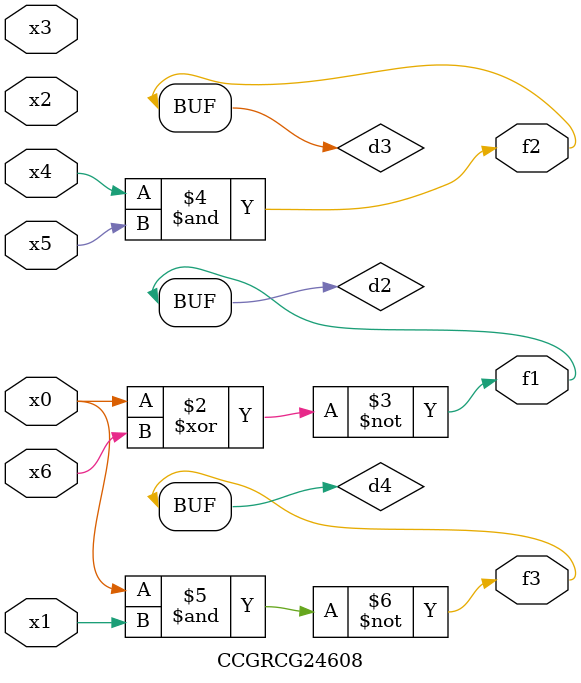
<source format=v>
module CCGRCG24608(
	input x0, x1, x2, x3, x4, x5, x6,
	output f1, f2, f3
);

	wire d1, d2, d3, d4;

	nor (d1, x0);
	xnor (d2, x0, x6);
	and (d3, x4, x5);
	nand (d4, x0, x1);
	assign f1 = d2;
	assign f2 = d3;
	assign f3 = d4;
endmodule

</source>
